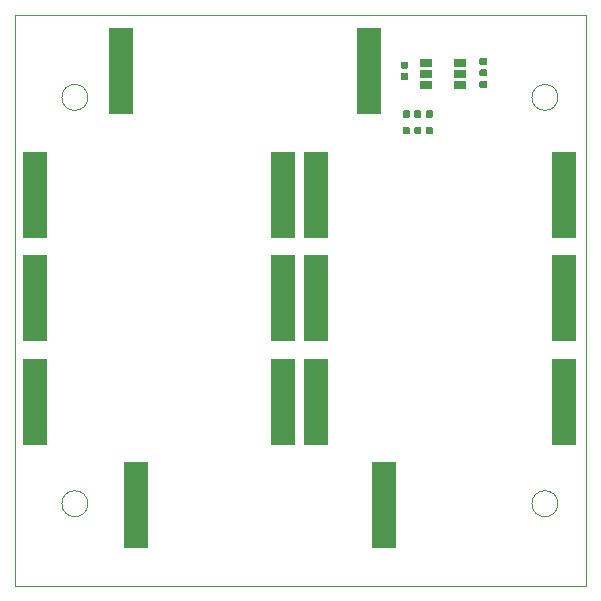
<source format=gbr>
%TF.GenerationSoftware,KiCad,Pcbnew,5.0.2-bee76a0~70~ubuntu18.04.1*%
%TF.CreationDate,2020-02-29T17:21:03-08:00*%
%TF.ProjectId,SolarCellX_v3,536f6c61-7243-4656-9c6c-585f76332e6b,rev?*%
%TF.SameCoordinates,Original*%
%TF.FileFunction,Paste,Top*%
%TF.FilePolarity,Positive*%
%FSLAX46Y46*%
G04 Gerber Fmt 4.6, Leading zero omitted, Abs format (unit mm)*
G04 Created by KiCad (PCBNEW 5.0.2-bee76a0~70~ubuntu18.04.1) date Sat 29 Feb 2020 05:21:03 PM PST*
%MOMM*%
%LPD*%
G01*
G04 APERTURE LIST*
%ADD10C,0.050000*%
%ADD11R,2.000000X7.400000*%
%ADD12R,1.000000X0.700000*%
%ADD13C,0.100000*%
%ADD14C,0.590000*%
G04 APERTURE END LIST*
D10*
X96200000Y-47000000D02*
G75*
G03X96200000Y-47000000I-1100000J0D01*
G01*
X96200000Y-81400000D02*
G75*
G03X96200000Y-81400000I-1100000J0D01*
G01*
X136000000Y-81400000D02*
G75*
G03X136000000Y-81400000I-1100000J0D01*
G01*
X136000000Y-47000000D02*
G75*
G03X136000000Y-47000000I-1100000J0D01*
G01*
X90000000Y-88400000D02*
X138400000Y-88400000D01*
X90000000Y-88400000D02*
X90000000Y-40000000D01*
X138400000Y-40000000D02*
X138400000Y-88400000D01*
X90000000Y-40000000D02*
X138400000Y-40000000D01*
D11*
X121250000Y-81500000D03*
X100250000Y-81500000D03*
X115500000Y-72750000D03*
X136500000Y-72750000D03*
X136500000Y-64000000D03*
X115500000Y-64000000D03*
X136500000Y-55250000D03*
X115500000Y-55250000D03*
X120000000Y-44750000D03*
X99000000Y-44750000D03*
X112750000Y-55250000D03*
X91750000Y-55250000D03*
X112750000Y-64000000D03*
X91750000Y-64000000D03*
X112750000Y-72750000D03*
X91750000Y-72750000D03*
D12*
X127700000Y-44050000D03*
X127700000Y-45000000D03*
X127700000Y-45950000D03*
X124800000Y-45950000D03*
X124800000Y-45000000D03*
X124800000Y-44050000D03*
D13*
G36*
X124298458Y-48091710D02*
X124312776Y-48093834D01*
X124326817Y-48097351D01*
X124340446Y-48102228D01*
X124353531Y-48108417D01*
X124365947Y-48115858D01*
X124377573Y-48124481D01*
X124388298Y-48134202D01*
X124398019Y-48144927D01*
X124406642Y-48156553D01*
X124414083Y-48168969D01*
X124420272Y-48182054D01*
X124425149Y-48195683D01*
X124428666Y-48209724D01*
X124430790Y-48224042D01*
X124431500Y-48238500D01*
X124431500Y-48583500D01*
X124430790Y-48597958D01*
X124428666Y-48612276D01*
X124425149Y-48626317D01*
X124420272Y-48639946D01*
X124414083Y-48653031D01*
X124406642Y-48665447D01*
X124398019Y-48677073D01*
X124388298Y-48687798D01*
X124377573Y-48697519D01*
X124365947Y-48706142D01*
X124353531Y-48713583D01*
X124340446Y-48719772D01*
X124326817Y-48724649D01*
X124312776Y-48728166D01*
X124298458Y-48730290D01*
X124284000Y-48731000D01*
X123989000Y-48731000D01*
X123974542Y-48730290D01*
X123960224Y-48728166D01*
X123946183Y-48724649D01*
X123932554Y-48719772D01*
X123919469Y-48713583D01*
X123907053Y-48706142D01*
X123895427Y-48697519D01*
X123884702Y-48687798D01*
X123874981Y-48677073D01*
X123866358Y-48665447D01*
X123858917Y-48653031D01*
X123852728Y-48639946D01*
X123847851Y-48626317D01*
X123844334Y-48612276D01*
X123842210Y-48597958D01*
X123841500Y-48583500D01*
X123841500Y-48238500D01*
X123842210Y-48224042D01*
X123844334Y-48209724D01*
X123847851Y-48195683D01*
X123852728Y-48182054D01*
X123858917Y-48168969D01*
X123866358Y-48156553D01*
X123874981Y-48144927D01*
X123884702Y-48134202D01*
X123895427Y-48124481D01*
X123907053Y-48115858D01*
X123919469Y-48108417D01*
X123932554Y-48102228D01*
X123946183Y-48097351D01*
X123960224Y-48093834D01*
X123974542Y-48091710D01*
X123989000Y-48091000D01*
X124284000Y-48091000D01*
X124298458Y-48091710D01*
X124298458Y-48091710D01*
G37*
D14*
X124136500Y-48411000D03*
D13*
G36*
X125268458Y-48091710D02*
X125282776Y-48093834D01*
X125296817Y-48097351D01*
X125310446Y-48102228D01*
X125323531Y-48108417D01*
X125335947Y-48115858D01*
X125347573Y-48124481D01*
X125358298Y-48134202D01*
X125368019Y-48144927D01*
X125376642Y-48156553D01*
X125384083Y-48168969D01*
X125390272Y-48182054D01*
X125395149Y-48195683D01*
X125398666Y-48209724D01*
X125400790Y-48224042D01*
X125401500Y-48238500D01*
X125401500Y-48583500D01*
X125400790Y-48597958D01*
X125398666Y-48612276D01*
X125395149Y-48626317D01*
X125390272Y-48639946D01*
X125384083Y-48653031D01*
X125376642Y-48665447D01*
X125368019Y-48677073D01*
X125358298Y-48687798D01*
X125347573Y-48697519D01*
X125335947Y-48706142D01*
X125323531Y-48713583D01*
X125310446Y-48719772D01*
X125296817Y-48724649D01*
X125282776Y-48728166D01*
X125268458Y-48730290D01*
X125254000Y-48731000D01*
X124959000Y-48731000D01*
X124944542Y-48730290D01*
X124930224Y-48728166D01*
X124916183Y-48724649D01*
X124902554Y-48719772D01*
X124889469Y-48713583D01*
X124877053Y-48706142D01*
X124865427Y-48697519D01*
X124854702Y-48687798D01*
X124844981Y-48677073D01*
X124836358Y-48665447D01*
X124828917Y-48653031D01*
X124822728Y-48639946D01*
X124817851Y-48626317D01*
X124814334Y-48612276D01*
X124812210Y-48597958D01*
X124811500Y-48583500D01*
X124811500Y-48238500D01*
X124812210Y-48224042D01*
X124814334Y-48209724D01*
X124817851Y-48195683D01*
X124822728Y-48182054D01*
X124828917Y-48168969D01*
X124836358Y-48156553D01*
X124844981Y-48144927D01*
X124854702Y-48134202D01*
X124865427Y-48124481D01*
X124877053Y-48115858D01*
X124889469Y-48108417D01*
X124902554Y-48102228D01*
X124916183Y-48097351D01*
X124930224Y-48093834D01*
X124944542Y-48091710D01*
X124959000Y-48091000D01*
X125254000Y-48091000D01*
X125268458Y-48091710D01*
X125268458Y-48091710D01*
G37*
D14*
X125106500Y-48411000D03*
D13*
G36*
X123328178Y-48091710D02*
X123342496Y-48093834D01*
X123356537Y-48097351D01*
X123370166Y-48102228D01*
X123383251Y-48108417D01*
X123395667Y-48115858D01*
X123407293Y-48124481D01*
X123418018Y-48134202D01*
X123427739Y-48144927D01*
X123436362Y-48156553D01*
X123443803Y-48168969D01*
X123449992Y-48182054D01*
X123454869Y-48195683D01*
X123458386Y-48209724D01*
X123460510Y-48224042D01*
X123461220Y-48238500D01*
X123461220Y-48583500D01*
X123460510Y-48597958D01*
X123458386Y-48612276D01*
X123454869Y-48626317D01*
X123449992Y-48639946D01*
X123443803Y-48653031D01*
X123436362Y-48665447D01*
X123427739Y-48677073D01*
X123418018Y-48687798D01*
X123407293Y-48697519D01*
X123395667Y-48706142D01*
X123383251Y-48713583D01*
X123370166Y-48719772D01*
X123356537Y-48724649D01*
X123342496Y-48728166D01*
X123328178Y-48730290D01*
X123313720Y-48731000D01*
X123018720Y-48731000D01*
X123004262Y-48730290D01*
X122989944Y-48728166D01*
X122975903Y-48724649D01*
X122962274Y-48719772D01*
X122949189Y-48713583D01*
X122936773Y-48706142D01*
X122925147Y-48697519D01*
X122914422Y-48687798D01*
X122904701Y-48677073D01*
X122896078Y-48665447D01*
X122888637Y-48653031D01*
X122882448Y-48639946D01*
X122877571Y-48626317D01*
X122874054Y-48612276D01*
X122871930Y-48597958D01*
X122871220Y-48583500D01*
X122871220Y-48238500D01*
X122871930Y-48224042D01*
X122874054Y-48209724D01*
X122877571Y-48195683D01*
X122882448Y-48182054D01*
X122888637Y-48168969D01*
X122896078Y-48156553D01*
X122904701Y-48144927D01*
X122914422Y-48134202D01*
X122925147Y-48124481D01*
X122936773Y-48115858D01*
X122949189Y-48108417D01*
X122962274Y-48102228D01*
X122975903Y-48097351D01*
X122989944Y-48093834D01*
X123004262Y-48091710D01*
X123018720Y-48091000D01*
X123313720Y-48091000D01*
X123328178Y-48091710D01*
X123328178Y-48091710D01*
G37*
D14*
X123166220Y-48411000D03*
D13*
G36*
X124298178Y-48091710D02*
X124312496Y-48093834D01*
X124326537Y-48097351D01*
X124340166Y-48102228D01*
X124353251Y-48108417D01*
X124365667Y-48115858D01*
X124377293Y-48124481D01*
X124388018Y-48134202D01*
X124397739Y-48144927D01*
X124406362Y-48156553D01*
X124413803Y-48168969D01*
X124419992Y-48182054D01*
X124424869Y-48195683D01*
X124428386Y-48209724D01*
X124430510Y-48224042D01*
X124431220Y-48238500D01*
X124431220Y-48583500D01*
X124430510Y-48597958D01*
X124428386Y-48612276D01*
X124424869Y-48626317D01*
X124419992Y-48639946D01*
X124413803Y-48653031D01*
X124406362Y-48665447D01*
X124397739Y-48677073D01*
X124388018Y-48687798D01*
X124377293Y-48697519D01*
X124365667Y-48706142D01*
X124353251Y-48713583D01*
X124340166Y-48719772D01*
X124326537Y-48724649D01*
X124312496Y-48728166D01*
X124298178Y-48730290D01*
X124283720Y-48731000D01*
X123988720Y-48731000D01*
X123974262Y-48730290D01*
X123959944Y-48728166D01*
X123945903Y-48724649D01*
X123932274Y-48719772D01*
X123919189Y-48713583D01*
X123906773Y-48706142D01*
X123895147Y-48697519D01*
X123884422Y-48687798D01*
X123874701Y-48677073D01*
X123866078Y-48665447D01*
X123858637Y-48653031D01*
X123852448Y-48639946D01*
X123847571Y-48626317D01*
X123844054Y-48612276D01*
X123841930Y-48597958D01*
X123841220Y-48583500D01*
X123841220Y-48238500D01*
X123841930Y-48224042D01*
X123844054Y-48209724D01*
X123847571Y-48195683D01*
X123852448Y-48182054D01*
X123858637Y-48168969D01*
X123866078Y-48156553D01*
X123874701Y-48144927D01*
X123884422Y-48134202D01*
X123895147Y-48124481D01*
X123906773Y-48115858D01*
X123919189Y-48108417D01*
X123932274Y-48102228D01*
X123945903Y-48097351D01*
X123959944Y-48093834D01*
X123974262Y-48091710D01*
X123988720Y-48091000D01*
X124283720Y-48091000D01*
X124298178Y-48091710D01*
X124298178Y-48091710D01*
G37*
D14*
X124136220Y-48411000D03*
D13*
G36*
X124298458Y-49488710D02*
X124312776Y-49490834D01*
X124326817Y-49494351D01*
X124340446Y-49499228D01*
X124353531Y-49505417D01*
X124365947Y-49512858D01*
X124377573Y-49521481D01*
X124388298Y-49531202D01*
X124398019Y-49541927D01*
X124406642Y-49553553D01*
X124414083Y-49565969D01*
X124420272Y-49579054D01*
X124425149Y-49592683D01*
X124428666Y-49606724D01*
X124430790Y-49621042D01*
X124431500Y-49635500D01*
X124431500Y-49980500D01*
X124430790Y-49994958D01*
X124428666Y-50009276D01*
X124425149Y-50023317D01*
X124420272Y-50036946D01*
X124414083Y-50050031D01*
X124406642Y-50062447D01*
X124398019Y-50074073D01*
X124388298Y-50084798D01*
X124377573Y-50094519D01*
X124365947Y-50103142D01*
X124353531Y-50110583D01*
X124340446Y-50116772D01*
X124326817Y-50121649D01*
X124312776Y-50125166D01*
X124298458Y-50127290D01*
X124284000Y-50128000D01*
X123989000Y-50128000D01*
X123974542Y-50127290D01*
X123960224Y-50125166D01*
X123946183Y-50121649D01*
X123932554Y-50116772D01*
X123919469Y-50110583D01*
X123907053Y-50103142D01*
X123895427Y-50094519D01*
X123884702Y-50084798D01*
X123874981Y-50074073D01*
X123866358Y-50062447D01*
X123858917Y-50050031D01*
X123852728Y-50036946D01*
X123847851Y-50023317D01*
X123844334Y-50009276D01*
X123842210Y-49994958D01*
X123841500Y-49980500D01*
X123841500Y-49635500D01*
X123842210Y-49621042D01*
X123844334Y-49606724D01*
X123847851Y-49592683D01*
X123852728Y-49579054D01*
X123858917Y-49565969D01*
X123866358Y-49553553D01*
X123874981Y-49541927D01*
X123884702Y-49531202D01*
X123895427Y-49521481D01*
X123907053Y-49512858D01*
X123919469Y-49505417D01*
X123932554Y-49499228D01*
X123946183Y-49494351D01*
X123960224Y-49490834D01*
X123974542Y-49488710D01*
X123989000Y-49488000D01*
X124284000Y-49488000D01*
X124298458Y-49488710D01*
X124298458Y-49488710D01*
G37*
D14*
X124136500Y-49808000D03*
D13*
G36*
X125268458Y-49488710D02*
X125282776Y-49490834D01*
X125296817Y-49494351D01*
X125310446Y-49499228D01*
X125323531Y-49505417D01*
X125335947Y-49512858D01*
X125347573Y-49521481D01*
X125358298Y-49531202D01*
X125368019Y-49541927D01*
X125376642Y-49553553D01*
X125384083Y-49565969D01*
X125390272Y-49579054D01*
X125395149Y-49592683D01*
X125398666Y-49606724D01*
X125400790Y-49621042D01*
X125401500Y-49635500D01*
X125401500Y-49980500D01*
X125400790Y-49994958D01*
X125398666Y-50009276D01*
X125395149Y-50023317D01*
X125390272Y-50036946D01*
X125384083Y-50050031D01*
X125376642Y-50062447D01*
X125368019Y-50074073D01*
X125358298Y-50084798D01*
X125347573Y-50094519D01*
X125335947Y-50103142D01*
X125323531Y-50110583D01*
X125310446Y-50116772D01*
X125296817Y-50121649D01*
X125282776Y-50125166D01*
X125268458Y-50127290D01*
X125254000Y-50128000D01*
X124959000Y-50128000D01*
X124944542Y-50127290D01*
X124930224Y-50125166D01*
X124916183Y-50121649D01*
X124902554Y-50116772D01*
X124889469Y-50110583D01*
X124877053Y-50103142D01*
X124865427Y-50094519D01*
X124854702Y-50084798D01*
X124844981Y-50074073D01*
X124836358Y-50062447D01*
X124828917Y-50050031D01*
X124822728Y-50036946D01*
X124817851Y-50023317D01*
X124814334Y-50009276D01*
X124812210Y-49994958D01*
X124811500Y-49980500D01*
X124811500Y-49635500D01*
X124812210Y-49621042D01*
X124814334Y-49606724D01*
X124817851Y-49592683D01*
X124822728Y-49579054D01*
X124828917Y-49565969D01*
X124836358Y-49553553D01*
X124844981Y-49541927D01*
X124854702Y-49531202D01*
X124865427Y-49521481D01*
X124877053Y-49512858D01*
X124889469Y-49505417D01*
X124902554Y-49499228D01*
X124916183Y-49494351D01*
X124930224Y-49490834D01*
X124944542Y-49488710D01*
X124959000Y-49488000D01*
X125254000Y-49488000D01*
X125268458Y-49488710D01*
X125268458Y-49488710D01*
G37*
D14*
X125106500Y-49808000D03*
D13*
G36*
X123328178Y-49488710D02*
X123342496Y-49490834D01*
X123356537Y-49494351D01*
X123370166Y-49499228D01*
X123383251Y-49505417D01*
X123395667Y-49512858D01*
X123407293Y-49521481D01*
X123418018Y-49531202D01*
X123427739Y-49541927D01*
X123436362Y-49553553D01*
X123443803Y-49565969D01*
X123449992Y-49579054D01*
X123454869Y-49592683D01*
X123458386Y-49606724D01*
X123460510Y-49621042D01*
X123461220Y-49635500D01*
X123461220Y-49980500D01*
X123460510Y-49994958D01*
X123458386Y-50009276D01*
X123454869Y-50023317D01*
X123449992Y-50036946D01*
X123443803Y-50050031D01*
X123436362Y-50062447D01*
X123427739Y-50074073D01*
X123418018Y-50084798D01*
X123407293Y-50094519D01*
X123395667Y-50103142D01*
X123383251Y-50110583D01*
X123370166Y-50116772D01*
X123356537Y-50121649D01*
X123342496Y-50125166D01*
X123328178Y-50127290D01*
X123313720Y-50128000D01*
X123018720Y-50128000D01*
X123004262Y-50127290D01*
X122989944Y-50125166D01*
X122975903Y-50121649D01*
X122962274Y-50116772D01*
X122949189Y-50110583D01*
X122936773Y-50103142D01*
X122925147Y-50094519D01*
X122914422Y-50084798D01*
X122904701Y-50074073D01*
X122896078Y-50062447D01*
X122888637Y-50050031D01*
X122882448Y-50036946D01*
X122877571Y-50023317D01*
X122874054Y-50009276D01*
X122871930Y-49994958D01*
X122871220Y-49980500D01*
X122871220Y-49635500D01*
X122871930Y-49621042D01*
X122874054Y-49606724D01*
X122877571Y-49592683D01*
X122882448Y-49579054D01*
X122888637Y-49565969D01*
X122896078Y-49553553D01*
X122904701Y-49541927D01*
X122914422Y-49531202D01*
X122925147Y-49521481D01*
X122936773Y-49512858D01*
X122949189Y-49505417D01*
X122962274Y-49499228D01*
X122975903Y-49494351D01*
X122989944Y-49490834D01*
X123004262Y-49488710D01*
X123018720Y-49488000D01*
X123313720Y-49488000D01*
X123328178Y-49488710D01*
X123328178Y-49488710D01*
G37*
D14*
X123166220Y-49808000D03*
D13*
G36*
X124298178Y-49488710D02*
X124312496Y-49490834D01*
X124326537Y-49494351D01*
X124340166Y-49499228D01*
X124353251Y-49505417D01*
X124365667Y-49512858D01*
X124377293Y-49521481D01*
X124388018Y-49531202D01*
X124397739Y-49541927D01*
X124406362Y-49553553D01*
X124413803Y-49565969D01*
X124419992Y-49579054D01*
X124424869Y-49592683D01*
X124428386Y-49606724D01*
X124430510Y-49621042D01*
X124431220Y-49635500D01*
X124431220Y-49980500D01*
X124430510Y-49994958D01*
X124428386Y-50009276D01*
X124424869Y-50023317D01*
X124419992Y-50036946D01*
X124413803Y-50050031D01*
X124406362Y-50062447D01*
X124397739Y-50074073D01*
X124388018Y-50084798D01*
X124377293Y-50094519D01*
X124365667Y-50103142D01*
X124353251Y-50110583D01*
X124340166Y-50116772D01*
X124326537Y-50121649D01*
X124312496Y-50125166D01*
X124298178Y-50127290D01*
X124283720Y-50128000D01*
X123988720Y-50128000D01*
X123974262Y-50127290D01*
X123959944Y-50125166D01*
X123945903Y-50121649D01*
X123932274Y-50116772D01*
X123919189Y-50110583D01*
X123906773Y-50103142D01*
X123895147Y-50094519D01*
X123884422Y-50084798D01*
X123874701Y-50074073D01*
X123866078Y-50062447D01*
X123858637Y-50050031D01*
X123852448Y-50036946D01*
X123847571Y-50023317D01*
X123844054Y-50009276D01*
X123841930Y-49994958D01*
X123841220Y-49980500D01*
X123841220Y-49635500D01*
X123841930Y-49621042D01*
X123844054Y-49606724D01*
X123847571Y-49592683D01*
X123852448Y-49579054D01*
X123858637Y-49565969D01*
X123866078Y-49553553D01*
X123874701Y-49541927D01*
X123884422Y-49531202D01*
X123895147Y-49521481D01*
X123906773Y-49512858D01*
X123919189Y-49505417D01*
X123932274Y-49499228D01*
X123945903Y-49494351D01*
X123959944Y-49490834D01*
X123974262Y-49488710D01*
X123988720Y-49488000D01*
X124283720Y-49488000D01*
X124298178Y-49488710D01*
X124298178Y-49488710D01*
G37*
D14*
X124136220Y-49808000D03*
D13*
G36*
X129863958Y-44636710D02*
X129878276Y-44638834D01*
X129892317Y-44642351D01*
X129905946Y-44647228D01*
X129919031Y-44653417D01*
X129931447Y-44660858D01*
X129943073Y-44669481D01*
X129953798Y-44679202D01*
X129963519Y-44689927D01*
X129972142Y-44701553D01*
X129979583Y-44713969D01*
X129985772Y-44727054D01*
X129990649Y-44740683D01*
X129994166Y-44754724D01*
X129996290Y-44769042D01*
X129997000Y-44783500D01*
X129997000Y-45078500D01*
X129996290Y-45092958D01*
X129994166Y-45107276D01*
X129990649Y-45121317D01*
X129985772Y-45134946D01*
X129979583Y-45148031D01*
X129972142Y-45160447D01*
X129963519Y-45172073D01*
X129953798Y-45182798D01*
X129943073Y-45192519D01*
X129931447Y-45201142D01*
X129919031Y-45208583D01*
X129905946Y-45214772D01*
X129892317Y-45219649D01*
X129878276Y-45223166D01*
X129863958Y-45225290D01*
X129849500Y-45226000D01*
X129504500Y-45226000D01*
X129490042Y-45225290D01*
X129475724Y-45223166D01*
X129461683Y-45219649D01*
X129448054Y-45214772D01*
X129434969Y-45208583D01*
X129422553Y-45201142D01*
X129410927Y-45192519D01*
X129400202Y-45182798D01*
X129390481Y-45172073D01*
X129381858Y-45160447D01*
X129374417Y-45148031D01*
X129368228Y-45134946D01*
X129363351Y-45121317D01*
X129359834Y-45107276D01*
X129357710Y-45092958D01*
X129357000Y-45078500D01*
X129357000Y-44783500D01*
X129357710Y-44769042D01*
X129359834Y-44754724D01*
X129363351Y-44740683D01*
X129368228Y-44727054D01*
X129374417Y-44713969D01*
X129381858Y-44701553D01*
X129390481Y-44689927D01*
X129400202Y-44679202D01*
X129410927Y-44669481D01*
X129422553Y-44660858D01*
X129434969Y-44653417D01*
X129448054Y-44647228D01*
X129461683Y-44642351D01*
X129475724Y-44638834D01*
X129490042Y-44636710D01*
X129504500Y-44636000D01*
X129849500Y-44636000D01*
X129863958Y-44636710D01*
X129863958Y-44636710D01*
G37*
D14*
X129677000Y-44931000D03*
D13*
G36*
X129863958Y-45606710D02*
X129878276Y-45608834D01*
X129892317Y-45612351D01*
X129905946Y-45617228D01*
X129919031Y-45623417D01*
X129931447Y-45630858D01*
X129943073Y-45639481D01*
X129953798Y-45649202D01*
X129963519Y-45659927D01*
X129972142Y-45671553D01*
X129979583Y-45683969D01*
X129985772Y-45697054D01*
X129990649Y-45710683D01*
X129994166Y-45724724D01*
X129996290Y-45739042D01*
X129997000Y-45753500D01*
X129997000Y-46048500D01*
X129996290Y-46062958D01*
X129994166Y-46077276D01*
X129990649Y-46091317D01*
X129985772Y-46104946D01*
X129979583Y-46118031D01*
X129972142Y-46130447D01*
X129963519Y-46142073D01*
X129953798Y-46152798D01*
X129943073Y-46162519D01*
X129931447Y-46171142D01*
X129919031Y-46178583D01*
X129905946Y-46184772D01*
X129892317Y-46189649D01*
X129878276Y-46193166D01*
X129863958Y-46195290D01*
X129849500Y-46196000D01*
X129504500Y-46196000D01*
X129490042Y-46195290D01*
X129475724Y-46193166D01*
X129461683Y-46189649D01*
X129448054Y-46184772D01*
X129434969Y-46178583D01*
X129422553Y-46171142D01*
X129410927Y-46162519D01*
X129400202Y-46152798D01*
X129390481Y-46142073D01*
X129381858Y-46130447D01*
X129374417Y-46118031D01*
X129368228Y-46104946D01*
X129363351Y-46091317D01*
X129359834Y-46077276D01*
X129357710Y-46062958D01*
X129357000Y-46048500D01*
X129357000Y-45753500D01*
X129357710Y-45739042D01*
X129359834Y-45724724D01*
X129363351Y-45710683D01*
X129368228Y-45697054D01*
X129374417Y-45683969D01*
X129381858Y-45671553D01*
X129390481Y-45659927D01*
X129400202Y-45649202D01*
X129410927Y-45639481D01*
X129422553Y-45630858D01*
X129434969Y-45623417D01*
X129448054Y-45617228D01*
X129461683Y-45612351D01*
X129475724Y-45608834D01*
X129490042Y-45606710D01*
X129504500Y-45606000D01*
X129849500Y-45606000D01*
X129863958Y-45606710D01*
X129863958Y-45606710D01*
G37*
D14*
X129677000Y-45901000D03*
D13*
G36*
X129863958Y-43661210D02*
X129878276Y-43663334D01*
X129892317Y-43666851D01*
X129905946Y-43671728D01*
X129919031Y-43677917D01*
X129931447Y-43685358D01*
X129943073Y-43693981D01*
X129953798Y-43703702D01*
X129963519Y-43714427D01*
X129972142Y-43726053D01*
X129979583Y-43738469D01*
X129985772Y-43751554D01*
X129990649Y-43765183D01*
X129994166Y-43779224D01*
X129996290Y-43793542D01*
X129997000Y-43808000D01*
X129997000Y-44103000D01*
X129996290Y-44117458D01*
X129994166Y-44131776D01*
X129990649Y-44145817D01*
X129985772Y-44159446D01*
X129979583Y-44172531D01*
X129972142Y-44184947D01*
X129963519Y-44196573D01*
X129953798Y-44207298D01*
X129943073Y-44217019D01*
X129931447Y-44225642D01*
X129919031Y-44233083D01*
X129905946Y-44239272D01*
X129892317Y-44244149D01*
X129878276Y-44247666D01*
X129863958Y-44249790D01*
X129849500Y-44250500D01*
X129504500Y-44250500D01*
X129490042Y-44249790D01*
X129475724Y-44247666D01*
X129461683Y-44244149D01*
X129448054Y-44239272D01*
X129434969Y-44233083D01*
X129422553Y-44225642D01*
X129410927Y-44217019D01*
X129400202Y-44207298D01*
X129390481Y-44196573D01*
X129381858Y-44184947D01*
X129374417Y-44172531D01*
X129368228Y-44159446D01*
X129363351Y-44145817D01*
X129359834Y-44131776D01*
X129357710Y-44117458D01*
X129357000Y-44103000D01*
X129357000Y-43808000D01*
X129357710Y-43793542D01*
X129359834Y-43779224D01*
X129363351Y-43765183D01*
X129368228Y-43751554D01*
X129374417Y-43738469D01*
X129381858Y-43726053D01*
X129390481Y-43714427D01*
X129400202Y-43703702D01*
X129410927Y-43693981D01*
X129422553Y-43685358D01*
X129434969Y-43677917D01*
X129448054Y-43671728D01*
X129461683Y-43666851D01*
X129475724Y-43663334D01*
X129490042Y-43661210D01*
X129504500Y-43660500D01*
X129849500Y-43660500D01*
X129863958Y-43661210D01*
X129863958Y-43661210D01*
G37*
D14*
X129677000Y-43955500D03*
D13*
G36*
X129863958Y-44631210D02*
X129878276Y-44633334D01*
X129892317Y-44636851D01*
X129905946Y-44641728D01*
X129919031Y-44647917D01*
X129931447Y-44655358D01*
X129943073Y-44663981D01*
X129953798Y-44673702D01*
X129963519Y-44684427D01*
X129972142Y-44696053D01*
X129979583Y-44708469D01*
X129985772Y-44721554D01*
X129990649Y-44735183D01*
X129994166Y-44749224D01*
X129996290Y-44763542D01*
X129997000Y-44778000D01*
X129997000Y-45073000D01*
X129996290Y-45087458D01*
X129994166Y-45101776D01*
X129990649Y-45115817D01*
X129985772Y-45129446D01*
X129979583Y-45142531D01*
X129972142Y-45154947D01*
X129963519Y-45166573D01*
X129953798Y-45177298D01*
X129943073Y-45187019D01*
X129931447Y-45195642D01*
X129919031Y-45203083D01*
X129905946Y-45209272D01*
X129892317Y-45214149D01*
X129878276Y-45217666D01*
X129863958Y-45219790D01*
X129849500Y-45220500D01*
X129504500Y-45220500D01*
X129490042Y-45219790D01*
X129475724Y-45217666D01*
X129461683Y-45214149D01*
X129448054Y-45209272D01*
X129434969Y-45203083D01*
X129422553Y-45195642D01*
X129410927Y-45187019D01*
X129400202Y-45177298D01*
X129390481Y-45166573D01*
X129381858Y-45154947D01*
X129374417Y-45142531D01*
X129368228Y-45129446D01*
X129363351Y-45115817D01*
X129359834Y-45101776D01*
X129357710Y-45087458D01*
X129357000Y-45073000D01*
X129357000Y-44778000D01*
X129357710Y-44763542D01*
X129359834Y-44749224D01*
X129363351Y-44735183D01*
X129368228Y-44721554D01*
X129374417Y-44708469D01*
X129381858Y-44696053D01*
X129390481Y-44684427D01*
X129400202Y-44673702D01*
X129410927Y-44663981D01*
X129422553Y-44655358D01*
X129434969Y-44647917D01*
X129448054Y-44641728D01*
X129461683Y-44636851D01*
X129475724Y-44633334D01*
X129490042Y-44631210D01*
X129504500Y-44630500D01*
X129849500Y-44630500D01*
X129863958Y-44631210D01*
X129863958Y-44631210D01*
G37*
D14*
X129677000Y-44925500D03*
D13*
G36*
X123186958Y-43970710D02*
X123201276Y-43972834D01*
X123215317Y-43976351D01*
X123228946Y-43981228D01*
X123242031Y-43987417D01*
X123254447Y-43994858D01*
X123266073Y-44003481D01*
X123276798Y-44013202D01*
X123286519Y-44023927D01*
X123295142Y-44035553D01*
X123302583Y-44047969D01*
X123308772Y-44061054D01*
X123313649Y-44074683D01*
X123317166Y-44088724D01*
X123319290Y-44103042D01*
X123320000Y-44117500D01*
X123320000Y-44412500D01*
X123319290Y-44426958D01*
X123317166Y-44441276D01*
X123313649Y-44455317D01*
X123308772Y-44468946D01*
X123302583Y-44482031D01*
X123295142Y-44494447D01*
X123286519Y-44506073D01*
X123276798Y-44516798D01*
X123266073Y-44526519D01*
X123254447Y-44535142D01*
X123242031Y-44542583D01*
X123228946Y-44548772D01*
X123215317Y-44553649D01*
X123201276Y-44557166D01*
X123186958Y-44559290D01*
X123172500Y-44560000D01*
X122827500Y-44560000D01*
X122813042Y-44559290D01*
X122798724Y-44557166D01*
X122784683Y-44553649D01*
X122771054Y-44548772D01*
X122757969Y-44542583D01*
X122745553Y-44535142D01*
X122733927Y-44526519D01*
X122723202Y-44516798D01*
X122713481Y-44506073D01*
X122704858Y-44494447D01*
X122697417Y-44482031D01*
X122691228Y-44468946D01*
X122686351Y-44455317D01*
X122682834Y-44441276D01*
X122680710Y-44426958D01*
X122680000Y-44412500D01*
X122680000Y-44117500D01*
X122680710Y-44103042D01*
X122682834Y-44088724D01*
X122686351Y-44074683D01*
X122691228Y-44061054D01*
X122697417Y-44047969D01*
X122704858Y-44035553D01*
X122713481Y-44023927D01*
X122723202Y-44013202D01*
X122733927Y-44003481D01*
X122745553Y-43994858D01*
X122757969Y-43987417D01*
X122771054Y-43981228D01*
X122784683Y-43976351D01*
X122798724Y-43972834D01*
X122813042Y-43970710D01*
X122827500Y-43970000D01*
X123172500Y-43970000D01*
X123186958Y-43970710D01*
X123186958Y-43970710D01*
G37*
D14*
X123000000Y-44265000D03*
D13*
G36*
X123186958Y-44940710D02*
X123201276Y-44942834D01*
X123215317Y-44946351D01*
X123228946Y-44951228D01*
X123242031Y-44957417D01*
X123254447Y-44964858D01*
X123266073Y-44973481D01*
X123276798Y-44983202D01*
X123286519Y-44993927D01*
X123295142Y-45005553D01*
X123302583Y-45017969D01*
X123308772Y-45031054D01*
X123313649Y-45044683D01*
X123317166Y-45058724D01*
X123319290Y-45073042D01*
X123320000Y-45087500D01*
X123320000Y-45382500D01*
X123319290Y-45396958D01*
X123317166Y-45411276D01*
X123313649Y-45425317D01*
X123308772Y-45438946D01*
X123302583Y-45452031D01*
X123295142Y-45464447D01*
X123286519Y-45476073D01*
X123276798Y-45486798D01*
X123266073Y-45496519D01*
X123254447Y-45505142D01*
X123242031Y-45512583D01*
X123228946Y-45518772D01*
X123215317Y-45523649D01*
X123201276Y-45527166D01*
X123186958Y-45529290D01*
X123172500Y-45530000D01*
X122827500Y-45530000D01*
X122813042Y-45529290D01*
X122798724Y-45527166D01*
X122784683Y-45523649D01*
X122771054Y-45518772D01*
X122757969Y-45512583D01*
X122745553Y-45505142D01*
X122733927Y-45496519D01*
X122723202Y-45486798D01*
X122713481Y-45476073D01*
X122704858Y-45464447D01*
X122697417Y-45452031D01*
X122691228Y-45438946D01*
X122686351Y-45425317D01*
X122682834Y-45411276D01*
X122680710Y-45396958D01*
X122680000Y-45382500D01*
X122680000Y-45087500D01*
X122680710Y-45073042D01*
X122682834Y-45058724D01*
X122686351Y-45044683D01*
X122691228Y-45031054D01*
X122697417Y-45017969D01*
X122704858Y-45005553D01*
X122713481Y-44993927D01*
X122723202Y-44983202D01*
X122733927Y-44973481D01*
X122745553Y-44964858D01*
X122757969Y-44957417D01*
X122771054Y-44951228D01*
X122784683Y-44946351D01*
X122798724Y-44942834D01*
X122813042Y-44940710D01*
X122827500Y-44940000D01*
X123172500Y-44940000D01*
X123186958Y-44940710D01*
X123186958Y-44940710D01*
G37*
D14*
X123000000Y-45235000D03*
M02*

</source>
